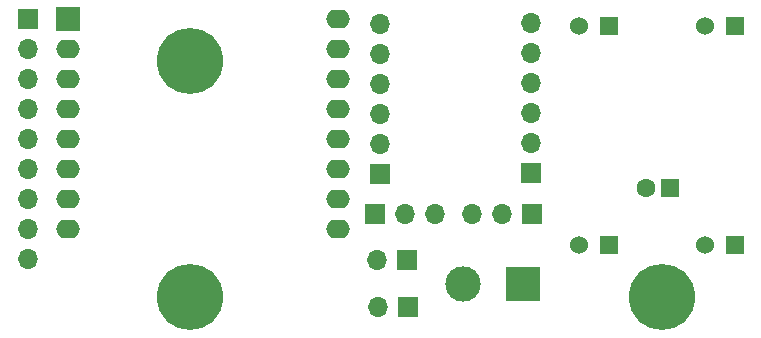
<source format=gbs>
G04 #@! TF.GenerationSoftware,KiCad,Pcbnew,6.0.2+dfsg-1*
G04 #@! TF.CreationDate,2022-08-21T17:24:25+02:00*
G04 #@! TF.ProjectId,EspFanPwm,45737046-616e-4507-976d-2e6b69636164,rev?*
G04 #@! TF.SameCoordinates,Original*
G04 #@! TF.FileFunction,Soldermask,Bot*
G04 #@! TF.FilePolarity,Negative*
%FSLAX46Y46*%
G04 Gerber Fmt 4.6, Leading zero omitted, Abs format (unit mm)*
G04 Created by KiCad (PCBNEW 6.0.2+dfsg-1) date 2022-08-21 17:24:25*
%MOMM*%
%LPD*%
G01*
G04 APERTURE LIST*
%ADD10R,1.700000X1.700000*%
%ADD11O,1.700000X1.700000*%
%ADD12C,5.600000*%
%ADD13R,1.600000X1.600000*%
%ADD14C,1.600000*%
%ADD15R,3.000000X3.000000*%
%ADD16C,3.000000*%
%ADD17R,2.000000X2.000000*%
%ADD18O,2.000000X1.600000*%
%ADD19R,1.524000X1.524000*%
%ADD20C,1.524000*%
G04 APERTURE END LIST*
D10*
X106300000Y-84600000D03*
D11*
X106300000Y-87140000D03*
X106300000Y-89680000D03*
X106300000Y-92220000D03*
X106300000Y-94760000D03*
X106300000Y-97300000D03*
X106300000Y-99840000D03*
X106300000Y-102380000D03*
X106300000Y-104920000D03*
D10*
X148875000Y-97652500D03*
D11*
X148875000Y-95112500D03*
X148875000Y-92572500D03*
X148875000Y-90032500D03*
X148875000Y-87492500D03*
X148875000Y-84952500D03*
X136075000Y-84982500D03*
X136075000Y-87522500D03*
X136075000Y-90062500D03*
X136075000Y-92602500D03*
X136075000Y-95142500D03*
D10*
X136075000Y-97682500D03*
X148925000Y-101100000D03*
D11*
X146385000Y-101100000D03*
X143845000Y-101100000D03*
D12*
X120000000Y-108100000D03*
D13*
X160600000Y-98900000D03*
D14*
X158600000Y-98900000D03*
D10*
X135675000Y-101075000D03*
D11*
X138215000Y-101075000D03*
X140755000Y-101075000D03*
D15*
X148200000Y-107000000D03*
D16*
X143120000Y-107000000D03*
D17*
X109655000Y-84610000D03*
D18*
X109655000Y-87150000D03*
X109655000Y-89690000D03*
X109655000Y-92230000D03*
X109655000Y-94770000D03*
X109655000Y-97310000D03*
X109655000Y-99850000D03*
X109655000Y-102390000D03*
X132515000Y-102390000D03*
X132515000Y-99850000D03*
X132515000Y-97310000D03*
X132515000Y-94770000D03*
X132515000Y-92230000D03*
X132515000Y-89690000D03*
X132515000Y-87150000D03*
X132515000Y-84610000D03*
D10*
X138400000Y-105000000D03*
D11*
X135860000Y-105000000D03*
D10*
X138500000Y-109000000D03*
D11*
X135960000Y-109000000D03*
D12*
X160000000Y-108100000D03*
D19*
X166104000Y-103671000D03*
D20*
X163564000Y-103671000D03*
D19*
X155436000Y-103671000D03*
D20*
X152896000Y-103671000D03*
D19*
X155436000Y-85129000D03*
D20*
X152896000Y-85129000D03*
D19*
X166104000Y-85129000D03*
D20*
X163564000Y-85129000D03*
D12*
X120000000Y-88100000D03*
M02*

</source>
